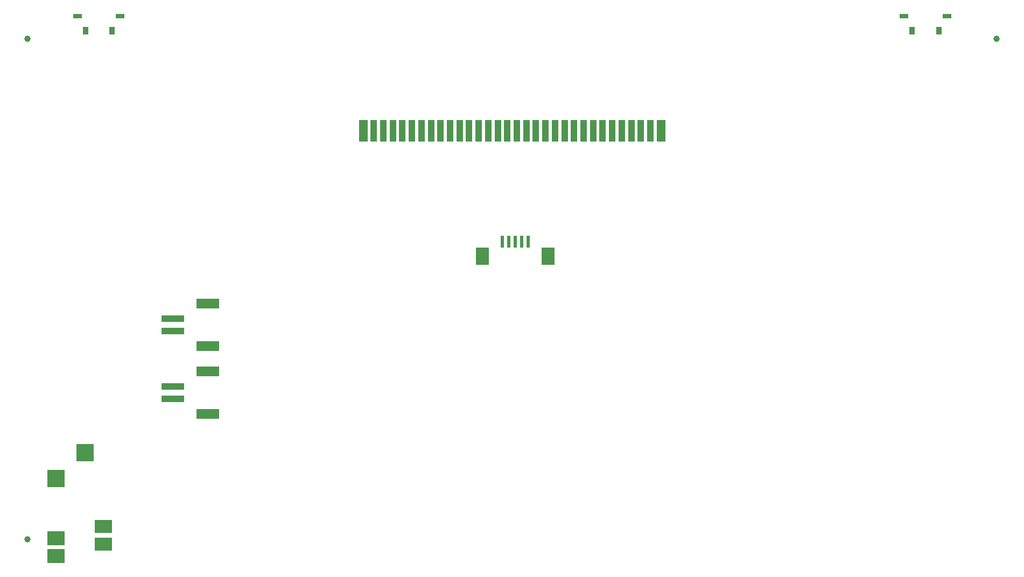
<source format=gbp>
G04*
G04 #@! TF.GenerationSoftware,Altium Limited,Altium Designer,18.1.7 (191)*
G04*
G04 Layer_Color=128*
%FSLAX24Y24*%
%MOIN*%
G70*
G01*
G75*
%ADD23R,0.0236X0.0748*%
%ADD24R,0.0827X0.1102*%
%ADD91C,0.0394*%
%ADD116R,0.0571X0.0315*%
%ADD117R,0.0354X0.0500*%
%ADD265R,0.1102X0.0787*%
%ADD266R,0.1102X0.1102*%
%ADD267R,0.1102X0.0866*%
%ADD268R,0.1417X0.0602*%
%ADD269R,0.1417X0.0433*%
%ADD270R,0.0406X0.1362*%
%ADD271R,0.0535X0.1362*%
D23*
X984Y20463D02*
D03*
X591Y20463D02*
D03*
X197Y20463D02*
D03*
X-197Y20463D02*
D03*
X-591Y20463D02*
D03*
D24*
X2224Y19537D02*
D03*
X-1831Y19537D02*
D03*
D91*
X-30000Y2000D02*
D03*
X30000Y33000D02*
D03*
X-30000Y33000D02*
D03*
D116*
X-26919Y34409D02*
D03*
X-24262Y34409D02*
D03*
X26919Y34409D02*
D03*
X24262Y34409D02*
D03*
D117*
X-24764Y33520D02*
D03*
X-26417Y33520D02*
D03*
X24764Y33520D02*
D03*
X26417Y33520D02*
D03*
D265*
X-25293Y1713D02*
D03*
X-25293Y2815D02*
D03*
D266*
X-26455Y7382D02*
D03*
X-28226Y5768D02*
D03*
D267*
X-28226Y2067D02*
D03*
X-28226Y965D02*
D03*
D268*
X-18835Y12413D02*
D03*
X-18835Y9775D02*
D03*
X-18835Y16613D02*
D03*
X-18835Y13975D02*
D03*
D269*
X-21000Y11487D02*
D03*
X-21000Y10700D02*
D03*
X-21000Y15687D02*
D03*
X-21000Y14900D02*
D03*
D270*
X8562Y27300D02*
D03*
X7971Y27300D02*
D03*
X7381Y27300D02*
D03*
X6790Y27300D02*
D03*
X6200Y27300D02*
D03*
X5609Y27300D02*
D03*
X5019Y27300D02*
D03*
X4428Y27300D02*
D03*
X3838Y27300D02*
D03*
X3247Y27300D02*
D03*
X2657Y27300D02*
D03*
X2066Y27300D02*
D03*
X1475Y27300D02*
D03*
X885Y27300D02*
D03*
X294Y27300D02*
D03*
X-296Y27300D02*
D03*
X-887Y27300D02*
D03*
X-1477Y27300D02*
D03*
X-2068Y27300D02*
D03*
X-2659Y27300D02*
D03*
X-3249Y27300D02*
D03*
X-3840Y27300D02*
D03*
X-4430Y27300D02*
D03*
X-5021Y27300D02*
D03*
X-5611Y27300D02*
D03*
X-6202Y27300D02*
D03*
X-6792Y27300D02*
D03*
X-7383Y27300D02*
D03*
X-7973Y27300D02*
D03*
X-8564Y27300D02*
D03*
D271*
X9219Y27300D02*
D03*
X-9219Y27300D02*
D03*
M02*

</source>
